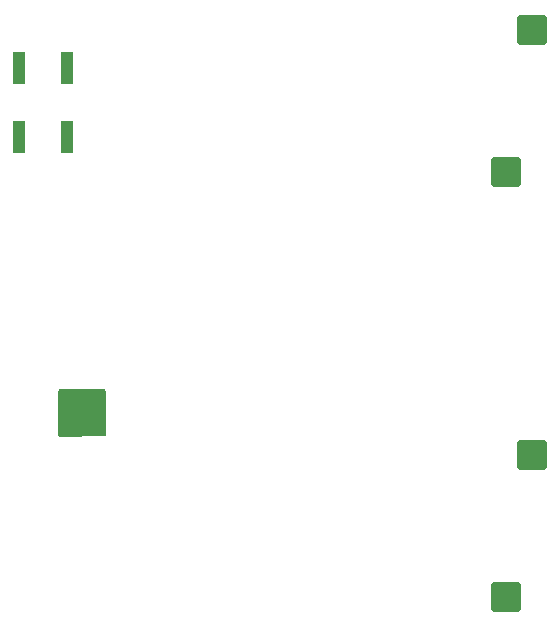
<source format=gbp>
%TF.GenerationSoftware,KiCad,Pcbnew,8.0.7*%
%TF.CreationDate,2025-01-15T16:08:07+01:00*%
%TF.ProjectId,Trackball,54726163-6b62-4616-9c6c-2e6b69636164,rev?*%
%TF.SameCoordinates,Original*%
%TF.FileFunction,Paste,Bot*%
%TF.FilePolarity,Positive*%
%FSLAX46Y46*%
G04 Gerber Fmt 4.6, Leading zero omitted, Abs format (unit mm)*
G04 Created by KiCad (PCBNEW 8.0.7) date 2025-01-15 16:08:07*
%MOMM*%
%LPD*%
G01*
G04 APERTURE LIST*
G04 Aperture macros list*
%AMRoundRect*
0 Rectangle with rounded corners*
0 $1 Rounding radius*
0 $2 $3 $4 $5 $6 $7 $8 $9 X,Y pos of 4 corners*
0 Add a 4 corners polygon primitive as box body*
4,1,4,$2,$3,$4,$5,$6,$7,$8,$9,$2,$3,0*
0 Add four circle primitives for the rounded corners*
1,1,$1+$1,$2,$3*
1,1,$1+$1,$4,$5*
1,1,$1+$1,$6,$7*
1,1,$1+$1,$8,$9*
0 Add four rect primitives between the rounded corners*
20,1,$1+$1,$2,$3,$4,$5,0*
20,1,$1+$1,$4,$5,$6,$7,0*
20,1,$1+$1,$6,$7,$8,$9,0*
20,1,$1+$1,$8,$9,$2,$3,0*%
G04 Aperture macros list end*
%ADD10RoundRect,0.250000X-1.000000X1.025000X-1.000000X-1.025000X1.000000X-1.025000X1.000000X1.025000X0*%
%ADD11R,1.000000X2.800000*%
G04 APERTURE END LIST*
D10*
X139500000Y-26500000D03*
X137300000Y-38500000D03*
X139500000Y-62500000D03*
X137300000Y-74500000D03*
D11*
X96050000Y-29750000D03*
X96050000Y-35550000D03*
X100050000Y-29750000D03*
X100050000Y-35550000D03*
G36*
X103303350Y-56929685D02*
G01*
X103349105Y-56982489D01*
X103360311Y-57033688D01*
X103369689Y-60766614D01*
X103350173Y-60833703D01*
X103297484Y-60879591D01*
X103246617Y-60890923D01*
X99484928Y-60919065D01*
X99417743Y-60899882D01*
X99371594Y-60847422D01*
X99360000Y-60795068D01*
X99360000Y-57034000D01*
X99379685Y-56966961D01*
X99432489Y-56921206D01*
X99484000Y-56910000D01*
X103236311Y-56910000D01*
X103303350Y-56929685D01*
G37*
M02*

</source>
